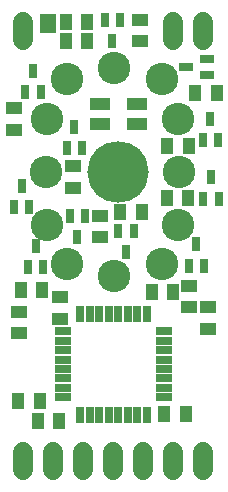
<source format=gts>
G75*
%MOIN*%
%OFA0B0*%
%FSLAX25Y25*%
%IPPOS*%
%LPD*%
%AMOC8*
5,1,8,0,0,1.08239X$1,22.5*
%
%ADD10R,0.05800X0.03000*%
%ADD11R,0.03000X0.05800*%
%ADD12C,0.06800*%
%ADD13R,0.02769X0.04737*%
%ADD14R,0.05524X0.03950*%
%ADD15R,0.03950X0.05524*%
%ADD16R,0.04737X0.02769*%
%ADD17R,0.06706X0.04343*%
%ADD18C,0.10800*%
%ADD19C,0.20485*%
%ADD20R,0.05800X0.03300*%
D10*
X0024270Y0030360D03*
X0024270Y0033509D03*
X0024270Y0036659D03*
X0024270Y0039809D03*
X0024270Y0042958D03*
X0024270Y0046108D03*
X0024270Y0049257D03*
X0024270Y0052407D03*
X0058070Y0052407D03*
X0058070Y0049257D03*
X0058070Y0046108D03*
X0058070Y0042958D03*
X0058070Y0039809D03*
X0058070Y0036659D03*
X0058070Y0033509D03*
X0058070Y0030360D03*
D11*
X0052194Y0024483D03*
X0049044Y0024483D03*
X0045894Y0024483D03*
X0042745Y0024483D03*
X0039595Y0024483D03*
X0036446Y0024483D03*
X0033296Y0024483D03*
X0030146Y0024483D03*
X0030146Y0058283D03*
X0033296Y0058283D03*
X0036446Y0058283D03*
X0039595Y0058283D03*
X0042745Y0058283D03*
X0045894Y0058283D03*
X0049044Y0058283D03*
X0052194Y0058283D03*
D12*
X0011170Y0012100D02*
X0011170Y0006100D01*
X0021170Y0006100D02*
X0021170Y0012100D01*
X0031170Y0012100D02*
X0031170Y0006100D01*
X0041170Y0006100D02*
X0041170Y0012100D01*
X0051170Y0012100D02*
X0051170Y0006100D01*
X0061170Y0006100D02*
X0061170Y0012100D01*
X0071170Y0012100D02*
X0071170Y0006100D01*
X0071170Y0149407D02*
X0071170Y0155407D01*
X0061170Y0155407D02*
X0061170Y0149407D01*
X0011170Y0149407D02*
X0011170Y0155407D01*
D13*
X0014300Y0139057D03*
X0011741Y0131970D03*
X0016859Y0131970D03*
X0025556Y0113470D03*
X0028115Y0120557D03*
X0030674Y0113470D03*
X0031643Y0090754D03*
X0029083Y0083667D03*
X0026524Y0090754D03*
X0017833Y0073653D03*
X0015274Y0080739D03*
X0012715Y0073653D03*
X0013086Y0093813D03*
X0010527Y0100899D03*
X0007968Y0093813D03*
X0038241Y0156057D03*
X0040800Y0148970D03*
X0043359Y0156057D03*
X0070914Y0116072D03*
X0073473Y0123159D03*
X0076032Y0116072D03*
X0073666Y0103639D03*
X0071107Y0096553D03*
X0076225Y0096553D03*
X0068824Y0081360D03*
X0071383Y0074273D03*
X0066265Y0074273D03*
X0047859Y0085757D03*
X0045300Y0078670D03*
X0042741Y0085757D03*
D14*
X0036517Y0083862D03*
X0036517Y0090949D03*
X0027558Y0100274D03*
X0027558Y0107361D03*
X0007922Y0119557D03*
X0007922Y0126643D03*
X0023500Y0063657D03*
X0023500Y0056570D03*
X0009774Y0058919D03*
X0009774Y0051832D03*
X0049918Y0149057D03*
X0049918Y0156143D03*
X0066292Y0067433D03*
X0066292Y0060346D03*
X0072800Y0060357D03*
X0072800Y0053270D03*
D15*
X0061043Y0065513D03*
X0053957Y0065513D03*
X0050543Y0092013D03*
X0043457Y0092013D03*
X0059060Y0096647D03*
X0066146Y0096647D03*
X0066206Y0114147D03*
X0059119Y0114147D03*
X0068501Y0131872D03*
X0075587Y0131872D03*
X0032343Y0149013D03*
X0032343Y0155513D03*
X0025257Y0155513D03*
X0025257Y0149013D03*
X0017440Y0066187D03*
X0010354Y0066187D03*
X0009457Y0029113D03*
X0015857Y0022513D03*
X0016543Y0029113D03*
X0022943Y0022513D03*
X0058157Y0024713D03*
X0065243Y0024713D03*
D16*
X0072343Y0137899D03*
X0072343Y0143017D03*
X0065257Y0140458D03*
D17*
X0048847Y0128285D03*
X0048847Y0121592D03*
X0036643Y0121592D03*
X0036643Y0128285D03*
D18*
X0041495Y0140271D03*
X0057243Y0136334D03*
X0062617Y0123273D03*
X0063117Y0105557D03*
X0062617Y0087840D03*
X0057243Y0074779D03*
X0041495Y0070842D03*
X0025747Y0074779D03*
X0019123Y0087840D03*
X0018623Y0105557D03*
X0019123Y0123273D03*
X0025747Y0136334D03*
D19*
X0042745Y0105557D03*
D20*
X0019300Y0153413D03*
X0019300Y0156613D03*
M02*

</source>
